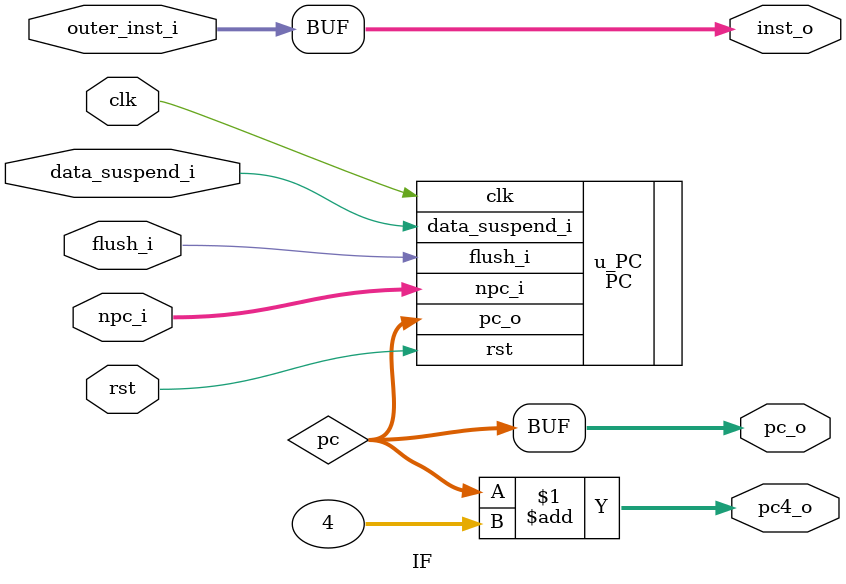
<source format=v>
`timescale 1ns / 1ps
module IF(
    input   wire            rst,
    input   wire            clk,
    // ÊäÈëÐÅºÅ
    input   wire[31:0]      npc_i,
    // À´×Ô¿ØÖÆÄ£¿éµÄÐÅºÅ
    input   wire            data_suspend_i,    
    input   wire            flush_i,
    // Êä³öÐÅºÅ
    output  wire[31:0]      inst_o,     // Ö¸Áî
    output  wire[31:0]      pc4_o,      // pc+4
    output  wire[31:0]      pc_o,       // µ±Ç°pc
    // for trace test
    input   wire[31:0]      outer_inst_i
    );
    
    wire[31:0]  pc;     // ´ÓPCÊä³öÏòÍâ²¿µÄµØÖ·
    assign pc_o = pc;
    assign pc4_o = pc + 4;
    
    PC u_PC(
        .clk            (clk),
        .rst            (rst),
        .data_suspend_i (data_suspend_i),
        .flush_i        (flush_i),
        .npc_i          (npc_i),
        .pc_o           (pc)
    );
    
    // NPC×ªÒÆÖÁEX
//    NPC u_NPC(
//        .rst        (rst),
//        .pc_sel_i   (pc_sel_i),
//        .pc_i       (pc),
//        .sext_i     (sext_i),
//        .branch_i   (branch_i),
//        .rD_i       (rD_i),
//        .pc4_o      (pc4_o),
//        .npc_o      (npc)
//    );
    
//    prgrom IROM (
//        .a      (pc[15:2]),
//        .spo    (inst_o)
//    );
    
    // for trace test
    assign inst_o = outer_inst_i;

endmodule

</source>
